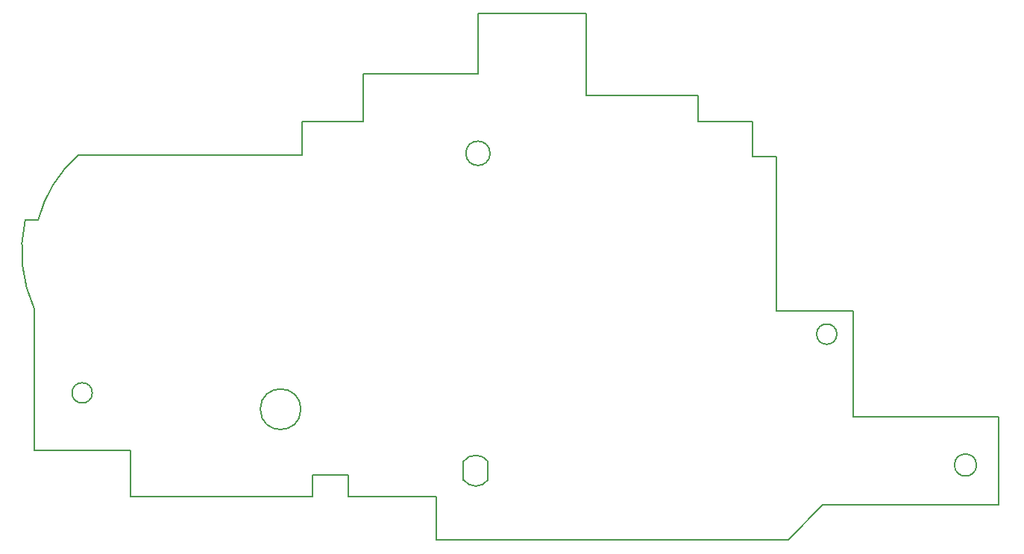
<source format=gbr>
G04 #@! TF.GenerationSoftware,KiCad,Pcbnew,8.0.2*
G04 #@! TF.CreationDate,2024-09-01T00:55:05-07:00*
G04 #@! TF.ProjectId,progcc_3.2_main,70726f67-6363-45f3-932e-325f6d61696e,1*
G04 #@! TF.SameCoordinates,Original*
G04 #@! TF.FileFunction,Profile,NP*
%FSLAX46Y46*%
G04 Gerber Fmt 4.6, Leading zero omitted, Abs format (unit mm)*
G04 Created by KiCad (PCBNEW 8.0.2) date 2024-09-01 00:55:05*
%MOMM*%
%LPD*%
G01*
G04 APERTURE LIST*
G04 #@! TA.AperFunction,Profile*
%ADD10C,0.200000*%
G04 #@! TD*
G04 APERTURE END LIST*
D10*
X163606225Y-108114358D02*
X166306225Y-108114358D01*
X171556225Y-147614357D02*
X167656225Y-151614357D01*
X127656226Y-151614357D02*
X127656226Y-146714357D01*
X133781226Y-107714358D02*
G75*
G02*
X131031226Y-107714358I-1375000J0D01*
G01*
X131031226Y-107714358D02*
G75*
G02*
X133781226Y-107714358I1375000J0D01*
G01*
X191556225Y-137614357D02*
X191556225Y-147614357D01*
X130756226Y-142700000D02*
G75*
G02*
X133556226Y-142700000I1400000J-1050000D01*
G01*
X166306225Y-125614358D02*
X175006225Y-125614358D01*
X163606225Y-104114358D02*
X163606225Y-108114358D01*
X132406226Y-98714358D02*
X132406226Y-91864358D01*
X117656226Y-144214357D02*
X113656226Y-144214357D01*
X92956226Y-141414357D02*
X82056226Y-141414357D01*
X175006225Y-125614358D02*
X175006225Y-137614357D01*
X127656226Y-146714357D02*
X117656226Y-146714357D01*
X87056226Y-107914358D02*
X112406226Y-107914358D01*
X189000000Y-143110000D02*
G75*
G02*
X186500000Y-143110000I-1250000J0D01*
G01*
X186500000Y-143110000D02*
G75*
G02*
X189000000Y-143110000I1250000J0D01*
G01*
X144706225Y-91864358D02*
X144706225Y-101114358D01*
X92956226Y-146714357D02*
X92956226Y-141414357D01*
X119406226Y-98714358D02*
X132406226Y-98714358D01*
X157406225Y-101114358D02*
X157406225Y-104114358D01*
X113656226Y-146714357D02*
X92956226Y-146714357D01*
X167656225Y-151614357D02*
X127656226Y-151614357D01*
X81016754Y-115258145D02*
X82492713Y-115258145D01*
X82056226Y-141414357D02*
X82056226Y-125414358D01*
X157406225Y-104114358D02*
X163606225Y-104114358D01*
X88625000Y-134914358D02*
G75*
G02*
X86325000Y-134914358I-1150000J0D01*
G01*
X86325000Y-134914358D02*
G75*
G02*
X88625000Y-134914358I1150000J0D01*
G01*
X112406226Y-104114358D02*
X119406226Y-104114358D01*
X117656226Y-146714357D02*
X117656226Y-144214357D01*
X112300000Y-136775000D02*
G75*
G02*
X107700000Y-136775000I-2300000J0D01*
G01*
X107700000Y-136775000D02*
G75*
G02*
X112300000Y-136775000I2300000J0D01*
G01*
X112406226Y-107914358D02*
X112406226Y-104114358D01*
X132406226Y-91864358D02*
X144706225Y-91864358D01*
X113656226Y-144214357D02*
X113656226Y-146714357D01*
X175006225Y-137614357D02*
X191556225Y-137614357D01*
X191556225Y-147614357D02*
X171556225Y-147614357D01*
X119406226Y-104114358D02*
X119406226Y-98714358D01*
X82056226Y-125414358D02*
G75*
G02*
X81016779Y-115258151I14349974J6599958D01*
G01*
X82492713Y-115258144D02*
G75*
G02*
X87056225Y-107914356I13913507J-3556206D01*
G01*
X173150000Y-128250000D02*
G75*
G02*
X170850000Y-128250000I-1150000J0D01*
G01*
X170850000Y-128250000D02*
G75*
G02*
X173150000Y-128250000I1150000J0D01*
G01*
X166306225Y-108114358D02*
X166306225Y-125614358D01*
X133556226Y-144800000D02*
G75*
G02*
X130756226Y-144800000I-1400000J1050000D01*
G01*
X144706225Y-101114358D02*
X157406225Y-101114358D01*
X130756226Y-144800000D02*
X130756226Y-142700000D01*
X133556226Y-142700000D02*
X133556226Y-144800000D01*
M02*

</source>
